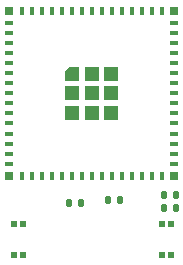
<source format=gtp>
%TF.GenerationSoftware,KiCad,Pcbnew,8.0.6*%
%TF.CreationDate,2024-10-29T18:21:18+01:00*%
%TF.ProjectId,openWifiDecoder,6f70656e-5769-4666-9944-65636f646572,rev?*%
%TF.SameCoordinates,Original*%
%TF.FileFunction,Paste,Top*%
%TF.FilePolarity,Positive*%
%FSLAX46Y46*%
G04 Gerber Fmt 4.6, Leading zero omitted, Abs format (unit mm)*
G04 Created by KiCad (PCBNEW 8.0.6) date 2024-10-29 18:21:18*
%MOMM*%
%LPD*%
G01*
G04 APERTURE LIST*
G04 Aperture macros list*
%AMRoundRect*
0 Rectangle with rounded corners*
0 $1 Rounding radius*
0 $2 $3 $4 $5 $6 $7 $8 $9 X,Y pos of 4 corners*
0 Add a 4 corners polygon primitive as box body*
4,1,4,$2,$3,$4,$5,$6,$7,$8,$9,$2,$3,0*
0 Add four circle primitives for the rounded corners*
1,1,$1+$1,$2,$3*
1,1,$1+$1,$4,$5*
1,1,$1+$1,$6,$7*
1,1,$1+$1,$8,$9*
0 Add four rect primitives between the rounded corners*
20,1,$1+$1,$2,$3,$4,$5,0*
20,1,$1+$1,$4,$5,$6,$7,0*
20,1,$1+$1,$6,$7,$8,$9,0*
20,1,$1+$1,$8,$9,$2,$3,0*%
%AMOutline5P*
0 Free polygon, 5 corners , with rotation*
0 The origin of the aperture is its center*
0 number of corners: always 5*
0 $1 to $10 corner X, Y*
0 $11 Rotation angle, in degrees counterclockwise*
0 create outline with 5 corners*
4,1,5,$1,$2,$3,$4,$5,$6,$7,$8,$9,$10,$1,$2,$11*%
%AMOutline6P*
0 Free polygon, 6 corners , with rotation*
0 The origin of the aperture is its center*
0 number of corners: always 6*
0 $1 to $12 corner X, Y*
0 $13 Rotation angle, in degrees counterclockwise*
0 create outline with 6 corners*
4,1,6,$1,$2,$3,$4,$5,$6,$7,$8,$9,$10,$11,$12,$1,$2,$13*%
%AMOutline7P*
0 Free polygon, 7 corners , with rotation*
0 The origin of the aperture is its center*
0 number of corners: always 7*
0 $1 to $14 corner X, Y*
0 $15 Rotation angle, in degrees counterclockwise*
0 create outline with 7 corners*
4,1,7,$1,$2,$3,$4,$5,$6,$7,$8,$9,$10,$11,$12,$13,$14,$1,$2,$15*%
%AMOutline8P*
0 Free polygon, 8 corners , with rotation*
0 The origin of the aperture is its center*
0 number of corners: always 8*
0 $1 to $16 corner X, Y*
0 $17 Rotation angle, in degrees counterclockwise*
0 create outline with 8 corners*
4,1,8,$1,$2,$3,$4,$5,$6,$7,$8,$9,$10,$11,$12,$13,$14,$15,$16,$1,$2,$17*%
G04 Aperture macros list end*
%ADD10RoundRect,0.135000X0.135000X0.185000X-0.135000X0.185000X-0.135000X-0.185000X0.135000X-0.185000X0*%
%ADD11R,0.550000X0.550000*%
%ADD12R,0.800000X0.400000*%
%ADD13R,0.400000X0.800000*%
%ADD14Outline5P,-0.600000X0.204000X-0.204000X0.600000X0.600000X0.600000X0.600000X-0.600000X-0.600000X-0.600000X0.000000*%
%ADD15R,1.200000X1.200000*%
%ADD16R,0.800000X0.800000*%
G04 APERTURE END LIST*
D10*
%TO.C,R2*%
X109510000Y-80400000D03*
X108490000Y-80400000D03*
%TD*%
D11*
%TO.C,FLASH1*%
X95820000Y-85520000D03*
X96580000Y-85520000D03*
X95820000Y-82880000D03*
X96580000Y-82880000D03*
%TD*%
D10*
%TO.C,R3*%
X104810000Y-80800000D03*
X103790000Y-80800000D03*
%TD*%
%TO.C,R11*%
X101510000Y-81100000D03*
X100490000Y-81100000D03*
%TD*%
D11*
%TO.C,RESET1*%
X108340000Y-85520000D03*
X109100000Y-85520000D03*
X108340000Y-82880000D03*
X109100000Y-82880000D03*
%TD*%
D10*
%TO.C,R1*%
X109510000Y-81500000D03*
X108490000Y-81500000D03*
%TD*%
D12*
%TO.C,U3*%
X95400000Y-65850000D03*
X95400000Y-66700000D03*
X95400000Y-67550000D03*
X95400000Y-68400000D03*
X95400000Y-69250000D03*
X95400000Y-70100000D03*
X95400000Y-70950000D03*
X95400000Y-71800000D03*
X95400000Y-72650000D03*
X95400000Y-73500000D03*
X95400000Y-74350000D03*
X95400000Y-75200000D03*
X95400000Y-76050000D03*
X95400000Y-76900000D03*
X95400000Y-77750000D03*
D13*
X96450000Y-78800000D03*
X97300000Y-78800000D03*
X98150000Y-78800000D03*
X99000000Y-78800000D03*
X99850000Y-78800000D03*
X100700000Y-78800000D03*
X101550000Y-78800000D03*
X102400000Y-78800000D03*
X103250000Y-78800000D03*
X104100000Y-78800000D03*
X104950000Y-78800000D03*
X105800000Y-78800000D03*
X106650000Y-78800000D03*
X107500000Y-78800000D03*
X108350000Y-78800000D03*
D12*
X109400000Y-77750000D03*
X109400000Y-76900000D03*
X109400000Y-76050000D03*
X109400000Y-75200000D03*
X109400000Y-74350000D03*
X109400000Y-73500000D03*
X109400000Y-72650000D03*
X109400000Y-71800000D03*
X109400000Y-70950000D03*
X109400000Y-70100000D03*
X109400000Y-69250000D03*
X109400000Y-68400000D03*
X109400000Y-67550000D03*
X109400000Y-66700000D03*
X109400000Y-65850000D03*
D13*
X108350000Y-64800000D03*
X107500000Y-64800000D03*
X106650000Y-64800000D03*
X105800000Y-64800000D03*
X104950000Y-64800000D03*
X104100000Y-64800000D03*
X103250000Y-64800000D03*
X102400000Y-64800000D03*
X101550000Y-64800000D03*
X100700000Y-64800000D03*
X99850000Y-64800000D03*
X99000000Y-64800000D03*
X98150000Y-64800000D03*
X97300000Y-64800000D03*
X96450000Y-64800000D03*
D14*
X100750000Y-70150000D03*
D15*
X100750000Y-71800000D03*
X100750000Y-73450000D03*
X102400000Y-70150000D03*
X102400000Y-71800000D03*
X102400000Y-73450000D03*
X104050000Y-70150000D03*
X104050000Y-71800000D03*
X104050000Y-73450000D03*
D16*
X95400000Y-64800000D03*
X95400000Y-78800000D03*
X109400000Y-78800000D03*
X109400000Y-64800000D03*
%TD*%
M02*

</source>
